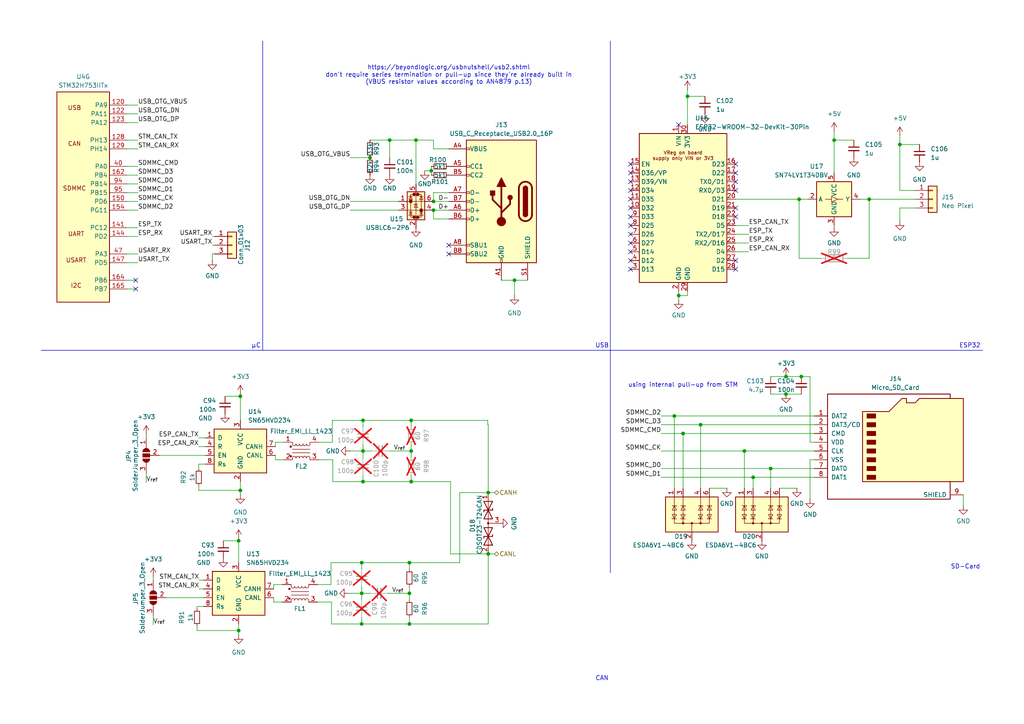
<source format=kicad_sch>
(kicad_sch
	(version 20250114)
	(generator "eeschema")
	(generator_version "9.0")
	(uuid "c61dd313-04ad-474f-9718-66b9bce07315")
	(paper "A4")
	
	(text "USB"
		(exclude_from_sim no)
		(at 174.625 100.33 0)
		(effects
			(font
				(size 1.27 1.27)
			)
		)
		(uuid "030ac795-edf5-444d-9323-762df8451be4")
	)
	(text "SD-Card"
		(exclude_from_sim no)
		(at 280.035 164.465 0)
		(effects
			(font
				(size 1.27 1.27)
			)
		)
		(uuid "05828fab-2d04-4397-b843-7a8ebdd025b6")
	)
	(text "don't require series termination or pull-up since they're already built in\n(VBUS resistor values according to AN4879 p.13)"
		(exclude_from_sim no)
		(at 130.175 22.86 0)
		(effects
			(font
				(size 1.27 1.27)
			)
		)
		(uuid "1055d774-b6a1-419a-b048-36be66eef259")
	)
	(text "µC"
		(exclude_from_sim no)
		(at 74.295 100.33 0)
		(effects
			(font
				(size 1.27 1.27)
			)
		)
		(uuid "116a24cc-e1f0-4e0d-bea5-abd9a8f91599")
	)
	(text "https://beyondlogic.org/usbnutshell/usb2.shtml"
		(exclude_from_sim no)
		(at 130.175 19.685 0)
		(effects
			(font
				(size 1.27 1.27)
			)
		)
		(uuid "17aebb66-f36f-4773-91b3-aa6e98e3a3df")
	)
	(text "ESP32"
		(exclude_from_sim no)
		(at 281.305 100.33 0)
		(effects
			(font
				(size 1.27 1.27)
			)
		)
		(uuid "2f1a1088-c0ce-4de9-ae6e-34c8798ff98b")
	)
	(text "using internal pull-up from STM"
		(exclude_from_sim no)
		(at 198.12 111.76 0)
		(effects
			(font
				(size 1.27 1.27)
			)
		)
		(uuid "a2052886-6177-4247-95db-c4b735b95dd6")
	)
	(text "CAN"
		(exclude_from_sim no)
		(at 174.625 196.85 0)
		(effects
			(font
				(size 1.27 1.27)
			)
		)
		(uuid "aaa6aba1-4600-4726-ab41-4812b09f5f58")
	)
	(junction
		(at 231.775 57.785)
		(diameter 0)
		(color 0 0 0 0)
		(uuid "05cfbb34-84b8-41f9-b2c6-e5b00514da1d")
	)
	(junction
		(at 215.9 130.81)
		(diameter 0)
		(color 0 0 0 0)
		(uuid "0bbc3a19-37df-42ad-91f0-8540a0395fb7")
	)
	(junction
		(at 227.965 109.22)
		(diameter 0)
		(color 0 0 0 0)
		(uuid "18ab2d23-28e9-4932-9559-08cfc3b6ac2c")
	)
	(junction
		(at 232.41 109.22)
		(diameter 0)
		(color 0 0 0 0)
		(uuid "24fd9673-2273-4cc7-b851-95d6418ffacd")
	)
	(junction
		(at 118.745 180.975)
		(diameter 0)
		(color 0 0 0 0)
		(uuid "28a47998-b579-477b-8bd7-5184e4777d5e")
	)
	(junction
		(at 119.253 130.81)
		(diameter 0)
		(color 0 0 0 0)
		(uuid "3162dd44-bd73-462d-a1ba-3ec68e82b83a")
	)
	(junction
		(at 252.095 57.785)
		(diameter 0)
		(color 0 0 0 0)
		(uuid "318c4647-7bc1-4283-9b65-f73983dbd071")
	)
	(junction
		(at 149.225 81.28)
		(diameter 0)
		(color 0 0 0 0)
		(uuid "3c1013bf-bfba-435b-96c5-025b99d0e79f")
	)
	(junction
		(at 69.723 142.24)
		(diameter 0)
		(color 0 0 0 0)
		(uuid "3d875b4c-a7a5-4903-ad64-3ecea35d872b")
	)
	(junction
		(at 69.723 114.935)
		(diameter 0)
		(color 0 0 0 0)
		(uuid "41b0bad5-7e8d-4b02-8ba8-4522831df7e6")
	)
	(junction
		(at 107.315 45.72)
		(diameter 0)
		(color 0 0 0 0)
		(uuid "46e9cd3f-c4dc-4e06-874a-970861c8e4d0")
	)
	(junction
		(at 195.58 120.65)
		(diameter 0)
		(color 0 0 0 0)
		(uuid "483c68f8-8db5-413f-96da-d4c2dccc7777")
	)
	(junction
		(at 69.215 182.88)
		(diameter 0)
		(color 0 0 0 0)
		(uuid "4dfb8dde-4cef-4814-89d9-dc2c67abc0ea")
	)
	(junction
		(at 218.44 138.43)
		(diameter 0)
		(color 0 0 0 0)
		(uuid "50b25640-4ca4-435d-9ca2-96918ac454bf")
	)
	(junction
		(at 198.12 125.73)
		(diameter 0)
		(color 0 0 0 0)
		(uuid "52bd35f7-90f4-444f-80c2-b19c5579d427")
	)
	(junction
		(at 104.902 163.195)
		(diameter 0)
		(color 0 0 0 0)
		(uuid "53b32a67-343e-432d-9256-006aedde493b")
	)
	(junction
		(at 119.253 139.7)
		(diameter 0)
		(color 0 0 0 0)
		(uuid "6c0e76a3-6aad-4fb4-a948-d5eac4447136")
	)
	(junction
		(at 105.283 121.92)
		(diameter 0)
		(color 0 0 0 0)
		(uuid "7481ae21-ea6c-45fa-90b7-25db4fcacac0")
	)
	(junction
		(at 125.73 60.96)
		(diameter 0)
		(color 0 0 0 0)
		(uuid "76eb61ee-a5dc-435a-8704-218432069d76")
	)
	(junction
		(at 227.965 114.3)
		(diameter 0)
		(color 0 0 0 0)
		(uuid "7b77a6c7-da0a-42bd-826a-b38b72133772")
	)
	(junction
		(at 69.215 156.845)
		(diameter 0)
		(color 0 0 0 0)
		(uuid "7c2aa378-d994-4cbb-a7fd-662b6a6dbd3e")
	)
	(junction
		(at 223.52 135.89)
		(diameter 0)
		(color 0 0 0 0)
		(uuid "83a97a6e-f8be-41f0-8991-cb39de58c4f2")
	)
	(junction
		(at 199.39 27.94)
		(diameter 0)
		(color 0 0 0 0)
		(uuid "8a2ddf5a-e56d-4ddb-b3a7-3ce78fdb1ea7")
	)
	(junction
		(at 104.902 180.975)
		(diameter 0)
		(color 0 0 0 0)
		(uuid "8c902d7a-9a97-4247-a024-6511c85f57b0")
	)
	(junction
		(at 119.253 121.92)
		(diameter 0)
		(color 0 0 0 0)
		(uuid "9727df9d-30c2-4d31-a4a4-c18de4a38ffd")
	)
	(junction
		(at 141.605 160.655)
		(diameter 0)
		(color 0 0 0 0)
		(uuid "9b258187-c52a-4e59-8789-b7ac6ed5dc99")
	)
	(junction
		(at 104.902 172.085)
		(diameter 0)
		(color 0 0 0 0)
		(uuid "9cc87ece-ed33-40de-966c-51c2001dc894")
	)
	(junction
		(at 105.283 130.81)
		(diameter 0)
		(color 0 0 0 0)
		(uuid "9cdc856e-55bf-4f24-8496-a3f3c835efb4")
	)
	(junction
		(at 120.65 40.64)
		(diameter 0)
		(color 0 0 0 0)
		(uuid "9ea8c7a2-1503-4324-bc92-c95e051488ac")
	)
	(junction
		(at 141.605 142.875)
		(diameter 0)
		(color 0 0 0 0)
		(uuid "a02cb7ca-67e1-4267-9b51-48bfa47aa699")
	)
	(junction
		(at 203.2 123.19)
		(diameter 0)
		(color 0 0 0 0)
		(uuid "a030d523-f685-498c-a6ce-88394aca3cb6")
	)
	(junction
		(at 118.745 163.195)
		(diameter 0)
		(color 0 0 0 0)
		(uuid "b60abf17-3e74-47af-a488-26c720dd0b0f")
	)
	(junction
		(at 118.745 172.085)
		(diameter 0)
		(color 0 0 0 0)
		(uuid "b6c8fd7b-67f5-4777-9880-dd70ef3914a0")
	)
	(junction
		(at 196.85 85.725)
		(diameter 0)
		(color 0 0 0 0)
		(uuid "cee00a16-43e6-4734-87be-e840da75aabc")
	)
	(junction
		(at 105.283 139.7)
		(diameter 0)
		(color 0 0 0 0)
		(uuid "cf065f4e-64c6-411f-9278-3cbeff3ad8fd")
	)
	(junction
		(at 125.095 49.53)
		(diameter 0)
		(color 0 0 0 0)
		(uuid "d302f7ee-d45d-43f0-9f1f-85368a116229")
	)
	(junction
		(at 260.985 41.91)
		(diameter 0)
		(color 0 0 0 0)
		(uuid "e4280f40-0a8b-46b8-8a3f-bdc2bbc7d561")
	)
	(junction
		(at 241.935 40.64)
		(diameter 0)
		(color 0 0 0 0)
		(uuid "e66e4697-c658-4daa-8505-29693d7c6fa8")
	)
	(junction
		(at 125.73 58.42)
		(diameter 0)
		(color 0 0 0 0)
		(uuid "e8da3965-6ebf-4303-bffa-5c0b2fe16f2a")
	)
	(junction
		(at 113.03 40.64)
		(diameter 0)
		(color 0 0 0 0)
		(uuid "eef95e3a-9baf-4512-9c0f-0fb5481cc6c4")
	)
	(no_connect
		(at 182.88 73.025)
		(uuid "0f78565a-9a79-4977-842d-db81c2f3a858")
	)
	(no_connect
		(at 182.88 55.245)
		(uuid "1635493b-c0b0-4b22-91c0-dd20f89d28d6")
	)
	(no_connect
		(at 182.88 57.785)
		(uuid "2cd37b9b-1e16-4721-baaf-0f02fff9ee15")
	)
	(no_connect
		(at 213.36 47.625)
		(uuid "2e298096-7ace-418c-89a7-3d43d6bed0db")
	)
	(no_connect
		(at 182.88 60.325)
		(uuid "3bc25636-dee2-443e-8ccb-a980f456ac63")
	)
	(no_connect
		(at 182.88 50.165)
		(uuid "43d8676e-50c6-4697-acd1-a078ec396d67")
	)
	(no_connect
		(at 182.88 65.405)
		(uuid "4a7c660c-ecc7-4617-8099-7833ce97674f")
	)
	(no_connect
		(at 182.88 47.625)
		(uuid "5a25121c-a1f8-402a-a503-9b4b6773db57")
	)
	(no_connect
		(at 196.85 36.195)
		(uuid "5c9306cf-381b-4d82-8a3a-52bc964f2a36")
	)
	(no_connect
		(at 213.36 52.705)
		(uuid "5c964bdf-2ed2-4eef-b541-8ce09ccb6359")
	)
	(no_connect
		(at 182.88 78.105)
		(uuid "5cab31a6-586b-4cbb-8e74-6785a73b7287")
	)
	(no_connect
		(at 213.36 75.565)
		(uuid "627c0ac6-463b-4d74-9056-912f48f57f8c")
	)
	(no_connect
		(at 182.88 67.945)
		(uuid "662f2eb1-7541-4b5a-9b3e-348e11036abd")
	)
	(no_connect
		(at 182.88 52.705)
		(uuid "73269fd7-c364-4aef-a8b5-a2eabdfa97a8")
	)
	(no_connect
		(at 213.36 60.325)
		(uuid "797e1eed-a489-45da-8c0f-184fc597169c")
	)
	(no_connect
		(at 39.37 81.28)
		(uuid "801925af-43b5-4a0b-93d1-4b49e54544aa")
	)
	(no_connect
		(at 182.88 75.565)
		(uuid "8365a6d4-6d29-461b-904c-0324ca06fc5a")
	)
	(no_connect
		(at 182.88 62.865)
		(uuid "8ac847d1-9069-40ae-a3f2-d3aed782fb55")
	)
	(no_connect
		(at 39.37 83.82)
		(uuid "8d6a3a61-3be3-4b12-b41e-55b2d97959f1")
	)
	(no_connect
		(at 213.36 78.105)
		(uuid "8f56c4af-52dc-4612-9881-b40f131d9649")
	)
	(no_connect
		(at 213.36 50.165)
		(uuid "b938ea39-6292-4387-8cd7-875c20a9d49a")
	)
	(no_connect
		(at 130.175 71.12)
		(uuid "d7064c93-16c6-497d-859a-7b410a29e175")
	)
	(no_connect
		(at 213.36 55.245)
		(uuid "da2de24c-d775-46ec-8771-ff0ede014a17")
	)
	(no_connect
		(at 130.175 73.66)
		(uuid "e5cfba84-9aae-4335-81b2-f9420a56298e")
	)
	(no_connect
		(at 182.88 70.485)
		(uuid "e700e196-44ff-4ef8-a8e9-38a5e666b895")
	)
	(no_connect
		(at 213.36 62.865)
		(uuid "ffc9674a-9076-447f-ba67-71a5716efeb9")
	)
	(wire
		(pts
			(xy 198.12 125.73) (xy 198.12 141.605)
		)
		(stroke
			(width 0)
			(type default)
		)
		(uuid "0126e725-cd4a-43de-a635-49074d4eee16")
	)
	(wire
		(pts
			(xy 113.03 40.64) (xy 120.65 40.64)
		)
		(stroke
			(width 0)
			(type default)
		)
		(uuid "03b6b96d-d108-4c6b-b2b6-d370d0813a07")
	)
	(wire
		(pts
			(xy 40.005 53.34) (xy 36.83 53.34)
		)
		(stroke
			(width 0)
			(type default)
		)
		(uuid "069c83cc-66af-4239-a3f2-6fc7c9797843")
	)
	(wire
		(pts
			(xy 227.965 109.22) (xy 232.41 109.22)
		)
		(stroke
			(width 0)
			(type default)
		)
		(uuid "0720b77c-06ec-4ddc-af8a-933409149d5c")
	)
	(wire
		(pts
			(xy 252.095 57.785) (xy 252.095 74.93)
		)
		(stroke
			(width 0)
			(type default)
		)
		(uuid "07821e1a-6081-4b53-af8d-3407e5dfe479")
	)
	(wire
		(pts
			(xy 96.139 174.625) (xy 96.139 180.975)
		)
		(stroke
			(width 0)
			(type default)
		)
		(uuid "07b7ef48-98f5-4f9c-8c83-e93a23111e86")
	)
	(wire
		(pts
			(xy 217.17 65.405) (xy 213.36 65.405)
		)
		(stroke
			(width 0)
			(type default)
		)
		(uuid "08072ded-74bf-4b0b-806c-19444be54a5d")
	)
	(wire
		(pts
			(xy 101.6 58.42) (xy 115.57 58.42)
		)
		(stroke
			(width 0)
			(type default)
		)
		(uuid "082fce0a-328f-4c33-b82d-f736243226bd")
	)
	(wire
		(pts
			(xy 125.095 49.53) (xy 125.095 50.8)
		)
		(stroke
			(width 0)
			(type default)
		)
		(uuid "0ea0bb12-e71d-4036-85a4-6c19fe123590")
	)
	(wire
		(pts
			(xy 79.883 133.35) (xy 79.883 132.08)
		)
		(stroke
			(width 0)
			(type default)
		)
		(uuid "0eb24822-65ba-4fcc-a791-110a601cab9c")
	)
	(wire
		(pts
			(xy 241.935 40.64) (xy 247.65 40.64)
		)
		(stroke
			(width 0)
			(type default)
		)
		(uuid "0ec11d76-de2c-47d9-b68b-71e96f39e5f7")
	)
	(wire
		(pts
			(xy 36.83 55.88) (xy 40.005 55.88)
		)
		(stroke
			(width 0)
			(type default)
		)
		(uuid "0f23c12c-ee24-49ec-857a-7c94676913f0")
	)
	(wire
		(pts
			(xy 113.03 40.64) (xy 113.03 45.72)
		)
		(stroke
			(width 0)
			(type default)
		)
		(uuid "0f360adf-082b-43ce-b071-56ba3d6d1ff9")
	)
	(wire
		(pts
			(xy 223.52 135.89) (xy 236.22 135.89)
		)
		(stroke
			(width 0)
			(type default)
		)
		(uuid "0fe1c355-612f-4426-80ff-01e842356dec")
	)
	(wire
		(pts
			(xy 199.39 27.94) (xy 199.39 36.195)
		)
		(stroke
			(width 0)
			(type default)
		)
		(uuid "11371f3a-622b-4d06-958d-0de2e3aefad4")
	)
	(wire
		(pts
			(xy 44.45 178.435) (xy 44.45 181.229)
		)
		(stroke
			(width 0)
			(type default)
		)
		(uuid "1191196b-173d-4dee-bb6d-b29a4d435163")
	)
	(wire
		(pts
			(xy 260.985 41.91) (xy 260.985 55.245)
		)
		(stroke
			(width 0)
			(type default)
		)
		(uuid "11fcf8a6-a9da-4e10-b537-040a5f04eac6")
	)
	(wire
		(pts
			(xy 92.075 169.545) (xy 96.012 169.545)
		)
		(stroke
			(width 0)
			(type default)
		)
		(uuid "1255d5b2-c80c-45ce-8562-7f9325184eb2")
	)
	(wire
		(pts
			(xy 119.253 121.92) (xy 141.478 121.92)
		)
		(stroke
			(width 0)
			(type default)
		)
		(uuid "16abee5d-4262-4bfd-ba27-099017bd3c89")
	)
	(wire
		(pts
			(xy 199.39 85.725) (xy 199.39 84.455)
		)
		(stroke
			(width 0)
			(type default)
		)
		(uuid "175d1789-0795-45ea-bebd-00c51a23ce0a")
	)
	(wire
		(pts
			(xy 191.77 135.89) (xy 223.52 135.89)
		)
		(stroke
			(width 0)
			(type default)
		)
		(uuid "1771b8ef-8c2d-4dbc-bfd3-902fd9585271")
	)
	(wire
		(pts
			(xy 61.595 73.66) (xy 61.595 75.565)
		)
		(stroke
			(width 0)
			(type default)
		)
		(uuid "1851c3fc-c833-4316-939d-3a55a4935065")
	)
	(wire
		(pts
			(xy 61.595 71.12) (xy 62.23 71.12)
		)
		(stroke
			(width 0)
			(type default)
		)
		(uuid "18ab3ef7-d310-4dfe-9bd7-87f1a836a671")
	)
	(wire
		(pts
			(xy 36.83 33.02) (xy 40.005 33.02)
		)
		(stroke
			(width 0)
			(type default)
		)
		(uuid "1b135d7b-8f10-4d19-9a19-146ba9d74198")
	)
	(wire
		(pts
			(xy 112.522 172.085) (xy 118.745 172.085)
		)
		(stroke
			(width 0)
			(type default)
		)
		(uuid "1c380b4c-4cae-4aa6-b682-a869ce94709e")
	)
	(wire
		(pts
			(xy 96.393 121.92) (xy 105.283 121.92)
		)
		(stroke
			(width 0)
			(type default)
		)
		(uuid "1c39585e-5704-44d0-a33d-b3876c68f352")
	)
	(wire
		(pts
			(xy 69.723 114.3) (xy 69.723 114.935)
		)
		(stroke
			(width 0)
			(type default)
		)
		(uuid "1e2b6175-d853-4821-ba74-1f24382ec349")
	)
	(wire
		(pts
			(xy 105.283 121.92) (xy 119.253 121.92)
		)
		(stroke
			(width 0)
			(type default)
		)
		(uuid "1ecee70f-1b0e-4963-98bb-53f91fcf7497")
	)
	(wire
		(pts
			(xy 118.745 170.18) (xy 118.745 172.085)
		)
		(stroke
			(width 0)
			(type default)
		)
		(uuid "216a5d0c-6bc2-4d57-bfc1-a0137443fd45")
	)
	(wire
		(pts
			(xy 125.73 55.88) (xy 130.175 55.88)
		)
		(stroke
			(width 0)
			(type default)
		)
		(uuid "21acc590-ee7c-4d1e-8e1e-92f9f843d3c0")
	)
	(wire
		(pts
			(xy 36.83 60.96) (xy 40.005 60.96)
		)
		(stroke
			(width 0)
			(type default)
		)
		(uuid "2201ad5c-2ea0-4a84-9169-84f97ac3d850")
	)
	(wire
		(pts
			(xy 125.73 60.96) (xy 130.175 60.96)
		)
		(stroke
			(width 0)
			(type default)
		)
		(uuid "23e71670-b058-4e01-a066-4bf14b43a603")
	)
	(wire
		(pts
			(xy 118.745 172.085) (xy 118.745 173.99)
		)
		(stroke
			(width 0)
			(type default)
		)
		(uuid "25fcae18-2fce-4a2e-b99e-14db92c22b5a")
	)
	(wire
		(pts
			(xy 133.35 142.875) (xy 141.605 142.875)
		)
		(stroke
			(width 0)
			(type default)
		)
		(uuid "27d7ae8c-7eae-4f28-bd8f-3df57c79cc78")
	)
	(wire
		(pts
			(xy 217.17 73.025) (xy 213.36 73.025)
		)
		(stroke
			(width 0)
			(type default)
		)
		(uuid "29423af5-f664-45ad-bb1e-0735e38873c2")
	)
	(wire
		(pts
			(xy 118.745 163.195) (xy 133.35 163.195)
		)
		(stroke
			(width 0)
			(type default)
		)
		(uuid "2d763691-facb-4f15-9e9f-59c2b2d09226")
	)
	(wire
		(pts
			(xy 40.005 30.48) (xy 36.83 30.48)
		)
		(stroke
			(width 0)
			(type default)
		)
		(uuid "2e6d5f7d-e2c5-4fff-9ab8-ff9e5059fed6")
	)
	(wire
		(pts
			(xy 238.125 74.93) (xy 231.775 74.93)
		)
		(stroke
			(width 0)
			(type default)
		)
		(uuid "2fa12003-ea95-4a7e-a7b4-8f6dd8428bb3")
	)
	(wire
		(pts
			(xy 44.45 167.259) (xy 44.45 168.275)
		)
		(stroke
			(width 0)
			(type default)
		)
		(uuid "2fe633c0-4d3d-40d2-b66e-9c920b1c7a86")
	)
	(wire
		(pts
			(xy 218.44 141.605) (xy 218.44 138.43)
		)
		(stroke
			(width 0)
			(type default)
		)
		(uuid "3173a2ad-906e-47f8-a364-fc370f3c628a")
	)
	(wire
		(pts
			(xy 145.415 151.765) (xy 144.653 151.765)
		)
		(stroke
			(width 0)
			(type default)
		)
		(uuid "31a4bbdf-559b-4207-a858-901d74817d56")
	)
	(wire
		(pts
			(xy 65.278 114.935) (xy 69.723 114.935)
		)
		(stroke
			(width 0)
			(type default)
		)
		(uuid "32faf47c-e64c-44b4-9d62-4d28d8d4153b")
	)
	(polyline
		(pts
			(xy 11.938 101.6) (xy 284.988 101.6)
		)
		(stroke
			(width 0)
			(type default)
		)
		(uuid "3585df17-1500-4acf-8047-979ff4b5fedc")
	)
	(wire
		(pts
			(xy 69.215 182.88) (xy 69.215 184.15)
		)
		(stroke
			(width 0)
			(type default)
		)
		(uuid "364b407f-3b1e-4c62-9eb8-d29a94c13635")
	)
	(wire
		(pts
			(xy 130.683 160.655) (xy 130.683 139.7)
		)
		(stroke
			(width 0)
			(type default)
		)
		(uuid "37424b4b-71c8-41c4-b362-ea3007ee2cc4")
	)
	(wire
		(pts
			(xy 231.775 74.93) (xy 231.775 57.785)
		)
		(stroke
			(width 0)
			(type default)
		)
		(uuid "393f9b29-c1fb-4477-8410-888c1c775882")
	)
	(wire
		(pts
			(xy 241.935 38.1) (xy 241.935 40.64)
		)
		(stroke
			(width 0)
			(type default)
		)
		(uuid "395ffaba-dbfc-4c84-b3a1-2617223e9f3e")
	)
	(wire
		(pts
			(xy 96.52 133.35) (xy 96.52 139.7)
		)
		(stroke
			(width 0)
			(type default)
		)
		(uuid "3b6bddeb-5651-4db5-98b2-9b6f3f702707")
	)
	(wire
		(pts
			(xy 101.6 45.72) (xy 107.315 45.72)
		)
		(stroke
			(width 0)
			(type default)
		)
		(uuid "3d2cc28f-a815-44ff-b579-98f1bafc55ff")
	)
	(wire
		(pts
			(xy 236.22 128.27) (xy 234.95 128.27)
		)
		(stroke
			(width 0)
			(type default)
		)
		(uuid "3d36dc6e-fb6c-4d22-b425-43462a3be059")
	)
	(wire
		(pts
			(xy 36.83 73.66) (xy 40.005 73.66)
		)
		(stroke
			(width 0)
			(type default)
		)
		(uuid "3e2111f4-1096-49ea-babe-955e0bcbceb6")
	)
	(wire
		(pts
			(xy 119.253 128.905) (xy 119.253 130.81)
		)
		(stroke
			(width 0)
			(type default)
		)
		(uuid "418d6449-7d54-435c-9348-9ebcc667fba1")
	)
	(wire
		(pts
			(xy 149.225 81.28) (xy 145.415 81.28)
		)
		(stroke
			(width 0)
			(type default)
		)
		(uuid "43eb60ad-a089-43b3-8c73-3cd2d4334140")
	)
	(wire
		(pts
			(xy 226.06 141.605) (xy 231.14 141.605)
		)
		(stroke
			(width 0)
			(type default)
		)
		(uuid "4509c7f5-35ec-4bd1-89e7-1a05d5b53aa2")
	)
	(wire
		(pts
			(xy 125.73 58.42) (xy 125.73 55.88)
		)
		(stroke
			(width 0)
			(type default)
		)
		(uuid "4991bdca-b170-43ed-84ef-9caf2ab85aec")
	)
	(wire
		(pts
			(xy 118.745 179.07) (xy 118.745 180.975)
		)
		(stroke
			(width 0)
			(type default)
		)
		(uuid "4abd7593-788c-4faf-8edb-6bf231a57d07")
	)
	(wire
		(pts
			(xy 61.595 68.58) (xy 62.23 68.58)
		)
		(stroke
			(width 0)
			(type default)
		)
		(uuid "4c385e60-1b83-4735-8d87-273cadd39ee9")
	)
	(wire
		(pts
			(xy 120.65 40.64) (xy 125.73 40.64)
		)
		(stroke
			(width 0)
			(type default)
		)
		(uuid "4c4a7a36-80ee-4595-b311-1291392bf06c")
	)
	(wire
		(pts
			(xy 231.775 57.785) (xy 234.315 57.785)
		)
		(stroke
			(width 0)
			(type default)
		)
		(uuid "4dc32d7f-3ff8-43a5-afb9-2f4908b6a181")
	)
	(wire
		(pts
			(xy 141.605 160.655) (xy 141.605 180.975)
		)
		(stroke
			(width 0)
			(type default)
		)
		(uuid "4f3190e5-1fec-4c20-8c78-bb72eed0982d")
	)
	(wire
		(pts
			(xy 260.985 55.245) (xy 265.43 55.245)
		)
		(stroke
			(width 0)
			(type default)
		)
		(uuid "4f4d3fff-85b9-4083-bd46-2b914ab4a849")
	)
	(wire
		(pts
			(xy 223.52 135.89) (xy 223.52 141.605)
		)
		(stroke
			(width 0)
			(type default)
		)
		(uuid "4ff43a78-6f92-4a7c-8cfb-ed39be066f5a")
	)
	(wire
		(pts
			(xy 234.95 133.35) (xy 234.95 144.78)
		)
		(stroke
			(width 0)
			(type default)
		)
		(uuid "5121f087-75a7-4517-bf80-93142898bd7b")
	)
	(wire
		(pts
			(xy 223.52 114.3) (xy 227.965 114.3)
		)
		(stroke
			(width 0)
			(type default)
		)
		(uuid "551574cf-3580-4b1f-8680-a14f6beb8bdd")
	)
	(wire
		(pts
			(xy 79.883 128.27) (xy 82.296 128.27)
		)
		(stroke
			(width 0)
			(type default)
		)
		(uuid "569600ce-4916-426c-ad6a-43656f889c21")
	)
	(wire
		(pts
			(xy 69.215 156.21) (xy 69.215 156.845)
		)
		(stroke
			(width 0)
			(type default)
		)
		(uuid "573d52d7-2912-42f7-a32c-98f9437fcfb4")
	)
	(wire
		(pts
			(xy 57.785 168.275) (xy 59.055 168.275)
		)
		(stroke
			(width 0)
			(type default)
		)
		(uuid "58a5b0f4-7372-4ed6-b2ff-21c9fc14c383")
	)
	(wire
		(pts
			(xy 191.77 138.43) (xy 218.44 138.43)
		)
		(stroke
			(width 0)
			(type default)
		)
		(uuid "5c2584d9-d8f6-4dbe-931c-d205c3941d47")
	)
	(wire
		(pts
			(xy 105.283 139.7) (xy 119.253 139.7)
		)
		(stroke
			(width 0)
			(type default)
		)
		(uuid "5c8a4f71-ee4a-46e2-86ff-f735840fe6ca")
	)
	(wire
		(pts
			(xy 249.555 57.785) (xy 252.095 57.785)
		)

... [133784 chars truncated]
</source>
